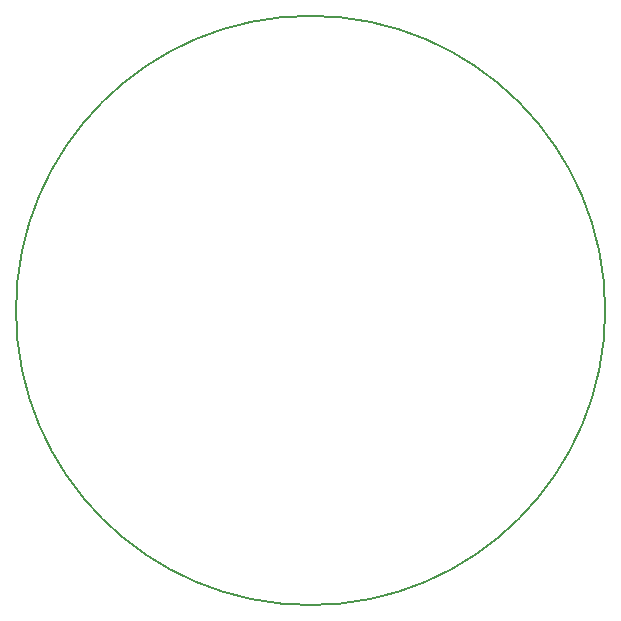
<source format=gbr>
%TF.GenerationSoftware,KiCad,Pcbnew,8.0.6*%
%TF.CreationDate,2025-03-02T18:01:39-08:00*%
%TF.ProjectId,OBDGauge,4f424447-6175-4676-952e-6b696361645f,rev?*%
%TF.SameCoordinates,Original*%
%TF.FileFunction,Profile,NP*%
%FSLAX46Y46*%
G04 Gerber Fmt 4.6, Leading zero omitted, Abs format (unit mm)*
G04 Created by KiCad (PCBNEW 8.0.6) date 2025-03-02 18:01:39*
%MOMM*%
%LPD*%
G01*
G04 APERTURE LIST*
%TA.AperFunction,Profile*%
%ADD10C,0.200000*%
%TD*%
G04 APERTURE END LIST*
D10*
X74943316Y-50000000D02*
G75*
G02*
X25056684Y-50000000I-24943316J0D01*
G01*
X25056684Y-50000000D02*
G75*
G02*
X74943316Y-50000000I24943316J0D01*
G01*
M02*

</source>
